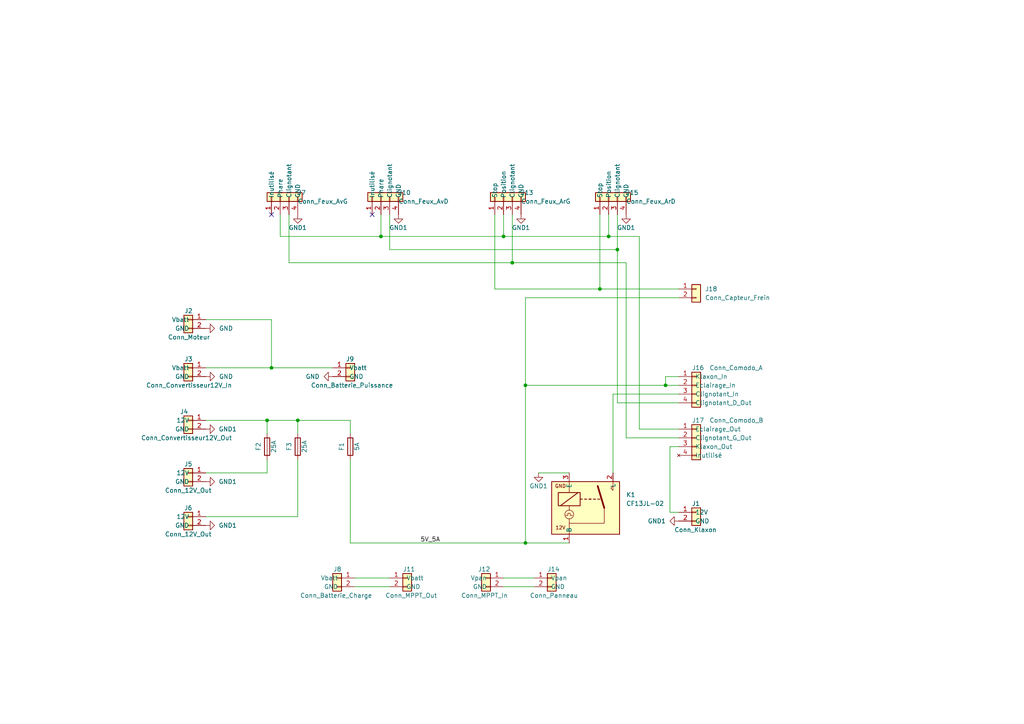
<source format=kicad_sch>
(kicad_sch (version 20211123) (generator eeschema)
  (paper "A4")
  (title_block (title "Boitier électrique vhéliotech") (date "2024-12-28") (company "Vélo solaire pour tous") (comment 1 "Licence CERN-OHL-S version 2"))
  (lib_symbols
    (symbol "Connector_Generic:Conn_01x02" (pin_names (offset 1.016) hide)
      (property "Reference" "J" (at 0 2.54 0))
      (property "Value" "Conn_01x02" (at 0 -5.08 0))
      (symbol "Conn_01x02_1_1"
        (rectangle (start -1.27 -2.413) (end 0 -2.667) (stroke (width 0.1524)))
        (rectangle (start -1.27 0.127) (end 0 -0.127) (stroke (width 0.1524)))
        (rectangle (start -1.27 1.27) (end 1.27 -3.81) (stroke (width 0.254)) (fill (type background)))
        (pin passive line (at -5.08 0 0) (length 3.81) (name "Pin_1") (number "1"))
        (pin passive line (at -5.08 -2.54 0) (length 3.81) (name "Pin_2") (number "2"))
      )
    )
    (symbol "Fuse_1" (pin_numbers hide) (pin_names (offset 0))
      (property "Reference" "F" (at 2.032 0 90))
      (property "Value" "Fuse_1" (at -1.905 0 90))
      (symbol "Fuse_1_0_1"
        (rectangle (start -0.762 -2.54) (end 0.762 2.54) (stroke (width 0.254)))
        (polyline (pts (xy 0 2.54) (xy 0 -2.54)))
      )
      (symbol "Fuse_1_1_1"
        (pin power_out line (at 0 3.81 270) (length 1.27) (name "~") (number "1"))
        (pin power_in line (at 0 -3.81 90) (length 1.27) (name "~") (number "2"))
      )
    )
    (symbol "Fuse_2" (pin_numbers hide) (pin_names (offset 0))
      (property "Reference" "F" (at 2.032 0 90))
      (property "Value" "Fuse_2" (at -1.905 0 90))
      (symbol "Fuse_2_0_1"
        (rectangle (start -0.762 -2.54) (end 0.762 2.54) (stroke (width 0.254)))
        (polyline (pts (xy 0 2.54) (xy 0 -2.54)))
      )
      (symbol "Fuse_2_1_1"
        (pin power_out line (at 0 3.81 270) (length 1.27) (name "~") (number "1"))
        (pin power_in line (at 0 -3.81 90) (length 1.27) (name "~") (number "2"))
      )
    )
    (symbol "circuit:CF13JL-02"
      (property "Reference" "K" (at 11.43 3.81 0))
      (property "Value" "CF13JL-02" (at 17.78 1.27 0))
      (symbol "CF13JL-02_0_1"
        (circle (center -5.08 -4.445) (radius 1.27))
        (polyline (pts (xy -5.08 -6.985) (xy -5.08 -5.715)))
        (polyline (pts (xy -6.096 -4.699) (xy -5.461 -4.699) (xy -5.461 -4.064) (xy -4.826 -4.064) (xy -4.826 -4.699) (xy -4.191 -4.699)))
      )
      (symbol "CF13JL-02_1_1"
        (rectangle (start -10.16 5.08) (end 9.525 -10.16) (stroke (width 0.254)) (fill (type background)))
        (rectangle (start -8.255 1.905) (end -1.905 -1.905) (stroke (width 0.254)))
        (polyline (pts (xy -7.62 -1.905) (xy -2.54 1.905)) (stroke (width 0.254)))
        (polyline (pts (xy -5.08 -10.16) (xy -5.08 -6.985)))
        (polyline (pts (xy -5.08 -3.175) (xy -5.08 -1.905)))
        (polyline (pts (xy -5.08 5.08) (xy -5.08 1.905)))
        (polyline (pts (xy -1.905 0) (xy -1.27 0)) (stroke (width 0.254)))
        (polyline (pts (xy -0.635 0) (xy 0 0)) (stroke (width 0.254)))
        (polyline (pts (xy 0.635 0) (xy 1.27 0)) (stroke (width 0.254)))
        (polyline (pts (xy 0.635 0) (xy 1.27 0)) (stroke (width 0.254)))
        (polyline (pts (xy 1.905 0) (xy 2.54 0)) (stroke (width 0.254)))
        (polyline (pts (xy 3.175 0) (xy 3.81 0)) (stroke (width 0.254)))
        (polyline (pts (xy 5.08 -6.985) (xy -5.08 -6.985)))
        (polyline (pts (xy 5.08 -2.54) (xy 3.175 3.81)) (stroke (width 0.508)))
        (polyline (pts (xy 5.08 -2.54) (xy 5.08 -6.985)))
        (polyline (pts (xy 7.62 3.81) (xy 7.62 5.08)))
        (polyline (pts (xy 7.62 3.81) (xy 7.62 2.54) (xy 6.985 3.175) (xy 7.62 3.81)))
        (text "12V" (at -7.62 -8.255 0) (effects (font (size 1.016 1.016))))
        (text "GND" (at -7.62 3.81 0) (effects (font (size 1.016 1.016))))
        (pin passive line (at -5.08 -12.7 90) (length 2.54) (name "B") (number "1"))
        (pin passive line (at 7.62 7.62 270) (length 2.54) (name "L") (number "2"))
        (pin passive line (at -5.08 7.62 270) (length 2.54) (name "E") (number "3"))
      )
    )
    (symbol "circuit:Conn_12V_Out" (pin_names (offset 1.016))
      (property "Reference" "J" (at 0 2.54 0))
      (property "Value" "Conn_12V_Out" (at 0 -5.08 0))
      (symbol "Conn_12V_Out_1_1"
        (rectangle (start -1.27 -2.413) (end 0 -2.667) (stroke (width 0.1524)))
        (rectangle (start -1.27 0.127) (end 0 -0.127) (stroke (width 0.1524)))
        (rectangle (start -1.27 1.27) (end 1.27 -3.81) (stroke (width 0.254)) (fill (type background)))
        (pin power_in line (at -5.08 0 0) (length 3.81) (name "12V") (number "1"))
        (pin power_in line (at -5.08 -2.54 0) (length 3.81) (name "GND") (number "2"))
      )
    )
    (symbol "circuit:Conn_Batterie_Charge" (pin_names (offset 1.016))
      (property "Reference" "J" (at 0 2.54 0))
      (property "Value" "Conn_Batterie_Charge" (at 0 -5.08 0))
      (symbol "Conn_Batterie_Charge_1_1"
        (rectangle (start -1.27 -2.413) (end 0 -2.667) (stroke (width 0.1524)))
        (rectangle (start -1.27 0.127) (end 0 -0.127) (stroke (width 0.1524)))
        (rectangle (start -1.27 1.27) (end 1.27 -3.81) (stroke (width 0.254)) (fill (type background)))
        (pin power_in line (at -5.08 0 0) (length 3.81) (name "Vbatt") (number "1"))
        (pin power_in line (at -5.08 -2.54 0) (length 3.81) (name "GND") (number "2"))
      )
    )
    (symbol "circuit:Conn_Batterie_Puissance" (pin_names (offset 1.016))
      (property "Reference" "J" (at 0 2.54 0))
      (property "Value" "Conn_Batterie_Puissance" (at 0 -5.08 0))
      (symbol "Conn_Batterie_Puissance_1_1"
        (rectangle (start -1.27 -2.413) (end 0 -2.667) (stroke (width 0.1524)))
        (rectangle (start -1.27 0.127) (end 0 -0.127) (stroke (width 0.1524)))
        (rectangle (start -1.27 1.27) (end 1.27 -3.81) (stroke (width 0.254)) (fill (type background)))
        (pin power_out line (at -5.08 0 0) (length 3.81) (name "Vbatt") (number "1"))
        (pin power_out line (at -5.08 -2.54 0) (length 3.81) (name "GND") (number "2"))
      )
    )
    (symbol "circuit:Conn_Comodo_A" (pin_names (offset 1.016))
      (property "Reference" "J" (at 0 5.08 0))
      (property "Value" "Conn_Comodo_A" (at 0 -7.62 0))
      (symbol "Conn_Comodo_A_1_1"
        (rectangle (start -1.27 -4.953) (end 0 -5.207) (stroke (width 0.1524)))
        (rectangle (start -1.27 -2.413) (end 0 -2.667) (stroke (width 0.1524)))
        (rectangle (start -1.27 0.127) (end 0 -0.127) (stroke (width 0.1524)))
        (rectangle (start -1.27 2.667) (end 0 2.413) (stroke (width 0.1524)))
        (rectangle (start -1.27 3.81) (end 1.27 -6.35) (stroke (width 0.254)) (fill (type background)))
        (pin power_in line (at -5.08 2.54 0) (length 3.81) (name "Klaxon_In") (number "1"))
        (pin power_in line (at -5.08 0 0) (length 3.81) (name "Eclairage_In") (number "2"))
        (pin passive line (at -5.08 -2.54 0) (length 3.81) (name "Clignotant_In") (number "3"))
        (pin passive line (at -5.08 -5.08 0) (length 3.81) (name "Clignotant_D_Out") (number "4"))
      )
    )
    (symbol "circuit:Conn_Comodo_B" (pin_names (offset 1.016))
      (property "Reference" "J" (at 0 5.08 0))
      (property "Value" "Conn_Comodo_B" (at 0 -7.62 0))
      (symbol "Conn_Comodo_B_1_1"
        (rectangle (start -1.27 -4.953) (end 0 -5.207) (stroke (width 0.1524)))
        (rectangle (start -1.27 -2.413) (end 0 -2.667) (stroke (width 0.1524)))
        (rectangle (start -1.27 0.127) (end 0 -0.127) (stroke (width 0.1524)))
        (rectangle (start -1.27 2.667) (end 0 2.413) (stroke (width 0.1524)))
        (rectangle (start -1.27 3.81) (end 1.27 -6.35) (stroke (width 0.254)) (fill (type background)))
        (pin passive line (at -5.08 2.54 0) (length 3.81) (name "Eclairage_Out") (number "1"))
        (pin passive line (at -5.08 0 0) (length 3.81) (name "Clignotant_G_Out") (number "2"))
        (pin passive line (at -5.08 -2.54 0) (length 3.81) (name "Klaxon_Out") (number "3"))
        (pin no_connect line (at -5.08 -5.08 0) (length 3.81) (name "Inutilisé") (number "4"))
      )
    )
    (symbol "circuit:Conn_Convertisseur12V_In" (pin_names (offset 1.016))
      (property "Reference" "J" (at 0 2.54 0))
      (property "Value" "Conn_Convertisseur12V_In" (at 0 -5.08 0))
      (symbol "Conn_Convertisseur12V_In_1_1"
        (rectangle (start -1.27 -2.413) (end 0 -2.667) (stroke (width 0.1524)))
        (rectangle (start -1.27 0.127) (end 0 -0.127) (stroke (width 0.1524)))
        (rectangle (start -1.27 1.27) (end 1.27 -3.81) (stroke (width 0.254)) (fill (type background)))
        (pin power_in line (at -5.08 0 0) (length 3.81) (name "Vbatt") (number "1"))
        (pin power_in line (at -5.08 -2.54 0) (length 3.81) (name "GND") (number "2"))
      )
    )
    (symbol "circuit:Conn_Convertisseur12V_Out" (pin_names (offset 1.016))
      (property "Reference" "J" (at 0 2.54 0))
      (property "Value" "Conn_Convertisseur12V_Out" (at 0 -5.08 0))
      (symbol "Conn_Convertisseur12V_Out_1_1"
        (rectangle (start -1.27 -2.413) (end 0 -2.667) (stroke (width 0.1524)))
        (rectangle (start -1.27 0.127) (end 0 -0.127) (stroke (width 0.1524)))
        (rectangle (start -1.27 1.27) (end 1.27 -3.81) (stroke (width 0.254)) (fill (type background)))
        (pin power_out line (at -5.08 0 0) (length 3.81) (name "12V") (number "1"))
        (pin power_out line (at -5.08 -2.54 0) (length 3.81) (name "GND") (number "2"))
      )
    )
    (symbol "circuit:Conn_Feux_Arriere" (pin_names (offset 1.016))
      (property "Reference" "J" (at 0 5.08 0))
      (property "Value" "Conn_Feux_Arriere" (at 0 -7.62 0))
      (symbol "Conn_Feux_Arriere_1_1"
        (rectangle (start -1.27 -4.953) (end 0 -5.207) (stroke (width 0.1524)))
        (rectangle (start -1.27 -2.413) (end 0 -2.667) (stroke (width 0.1524)))
        (rectangle (start -1.27 0.127) (end 0 -0.127) (stroke (width 0.1524)))
        (rectangle (start -1.27 2.667) (end 0 2.413) (stroke (width 0.1524)))
        (rectangle (start -1.27 3.81) (end 1.27 -6.35) (stroke (width 0.254)) (fill (type background)))
        (pin passive line (at -5.08 2.54 0) (length 3.81) (name "Stop") (number "1"))
        (pin passive line (at -5.08 0 0) (length 3.81) (name "Position") (number "2"))
        (pin passive line (at -5.08 -2.54 0) (length 3.81) (name "Clignotant") (number "3"))
        (pin power_in line (at -5.08 -5.08 0) (length 3.81) (name "GND") (number "4"))
      )
    )
    (symbol "circuit:Conn_Feux_Avant" (pin_names (offset 1.016))
      (property "Reference" "J" (at 0 5.08 0))
      (property "Value" "Conn_Feux_Avant" (at 0 -7.62 0))
      (symbol "Conn_Feux_Avant_1_1"
        (rectangle (start -1.27 -4.953) (end 0 -5.207) (stroke (width 0.1524)))
        (rectangle (start -1.27 -2.413) (end 0 -2.667) (stroke (width 0.1524)))
        (rectangle (start -1.27 0.127) (end 0 -0.127) (stroke (width 0.1524)))
        (rectangle (start -1.27 2.667) (end 0 2.413) (stroke (width 0.1524)))
        (rectangle (start -1.27 3.81) (end 1.27 -6.35) (stroke (width 0.254)) (fill (type background)))
        (pin passive line (at -5.08 2.54 0) (length 3.81) (name "Inutilisé") (number "1"))
        (pin passive line (at -5.08 0 0) (length 3.81) (name "Phare") (number "2"))
        (pin passive line (at -5.08 -2.54 0) (length 3.81) (name "Clignotant") (number "3"))
        (pin power_in line (at -5.08 -5.08 0) (length 3.81) (name "GND") (number "4"))
      )
    )
    (symbol "circuit:Conn_Klaxon" (pin_names (offset 1.016))
      (property "Reference" "J" (at 0 2.54 0))
      (property "Value" "Conn_Klaxon" (at 0 -5.08 0))
      (symbol "Conn_Klaxon_1_1"
        (rectangle (start -1.27 -2.413) (end 0 -2.667) (stroke (width 0.1524)))
        (rectangle (start -1.27 0.127) (end 0 -0.127) (stroke (width 0.1524)))
        (rectangle (start -1.27 1.27) (end 1.27 -3.81) (stroke (width 0.254)) (fill (type background)))
        (pin passive line (at -5.08 0 0) (length 3.81) (name "12V") (number "1"))
        (pin power_in line (at -5.08 -2.54 0) (length 3.81) (name "GND") (number "2"))
      )
    )
    (symbol "circuit:Conn_MPPT_In" (pin_names (offset 1.016))
      (property "Reference" "J" (at 0 2.54 0))
      (property "Value" "Conn_MPPT_In" (at 0 -5.08 0))
      (symbol "Conn_MPPT_In_1_1"
        (rectangle (start -1.27 -2.413) (end 0 -2.667) (stroke (width 0.1524)))
        (rectangle (start -1.27 0.127) (end 0 -0.127) (stroke (width 0.1524)))
        (rectangle (start -1.27 1.27) (end 1.27 -3.81) (stroke (width 0.254)) (fill (type background)))
        (pin power_in line (at -5.08 0 0) (length 3.81) (name "Vpan") (number "1"))
        (pin power_in line (at -5.08 -2.54 0) (length 3.81) (name "GND") (number "2"))
      )
    )
    (symbol "circuit:Conn_MPPT_Out" (pin_names (offset 1.016))
      (property "Reference" "J" (at 0 2.54 0))
      (property "Value" "Conn_MPPT_Out" (at 0 -5.08 0))
      (symbol "Conn_MPPT_Out_1_1"
        (rectangle (start -1.27 -2.413) (end 0 -2.667) (stroke (width 0.1524)))
        (rectangle (start -1.27 0.127) (end 0 -0.127) (stroke (width 0.1524)))
        (rectangle (start -1.27 1.27) (end 1.27 -3.81) (stroke (width 0.254)) (fill (type background)))
        (pin power_out line (at -5.08 0 0) (length 3.81) (name "Vbatt") (number "1"))
        (pin power_out line (at -5.08 -2.54 0) (length 3.81) (name "GND") (number "2"))
      )
    )
    (symbol "circuit:Conn_Moteur" (pin_names (offset 1.016))
      (property "Reference" "J" (at 0 2.54 0))
      (property "Value" "Conn_Moteur" (at 0 -5.08 0))
      (symbol "Conn_Moteur_1_1"
        (rectangle (start -1.27 -2.413) (end 0 -2.667) (stroke (width 0.1524)))
        (rectangle (start -1.27 0.127) (end 0 -0.127) (stroke (width 0.1524)))
        (rectangle (start -1.27 1.27) (end 1.27 -3.81) (stroke (width 0.254)) (fill (type background)))
        (pin power_in line (at -5.08 0 0) (length 3.81) (name "Vbatt") (number "1"))
        (pin power_in line (at -5.08 -2.54 0) (length 3.81) (name "GND") (number "2"))
      )
    )
    (symbol "circuit:Conn_Panneau" (pin_names (offset 1.016))
      (property "Reference" "J" (at 0 2.54 0))
      (property "Value" "Conn_Panneau" (at 0 -5.08 0))
      (symbol "Conn_Panneau_1_1"
        (rectangle (start -1.27 -2.413) (end 0 -2.667) (stroke (width 0.1524)))
        (rectangle (start -1.27 0.127) (end 0 -0.127) (stroke (width 0.1524)))
        (rectangle (start -1.27 1.27) (end 1.27 -3.81) (stroke (width 0.254)) (fill (type background)))
        (pin power_out line (at -5.08 0 0) (length 3.81) (name "Vpan") (number "1"))
        (pin power_out line (at -5.08 -2.54 0) (length 3.81) (name "GND") (number "2"))
      )
    )
    (symbol "circuit:Fuse" (pin_numbers hide) (pin_names (offset 0))
      (property "Reference" "F" (at 2.032 0 90))
      (property "Value" "Fuse" (at -1.905 0 90))
      (symbol "Fuse_0_1"
        (rectangle (start -0.762 -2.54) (end 0.762 2.54) (stroke (width 0.254)))
        (polyline (pts (xy 0 2.54) (xy 0 -2.54)))
      )
      (symbol "Fuse_1_1"
        (pin power_out line (at 0 3.81 270) (length 1.27) (name "~") (number "1"))
        (pin power_in line (at 0 -3.81 90) (length 1.27) (name "~") (number "2"))
      )
    )
    (symbol "power:GND" (power) (pin_names (offset 0))
      (property "Value" "GND" (at 0 -3.81 0))
      (symbol "GND_0_1"
        (polyline (pts (xy 0 0) (xy 0 -1.27) (xy 1.27 -1.27) (xy 0 -2.54) (xy -1.27 -1.27) (xy 0 -1.27)))
      )
      (symbol "GND_1_1"
        (pin power_in line (at 0 0 270) (length 0) hide (name "GND") (number "1"))
      )
    )
    (symbol "power:GND1" (power) (pin_names (offset 0))
      (property "Value" "GND1" (at 0 -3.81 0))
      (symbol "GND1_0_1"
        (polyline (pts (xy 0 0) (xy 0 -1.27) (xy 1.27 -1.27) (xy 0 -2.54) (xy -1.27 -1.27) (xy 0 -1.27)))
      )
      (symbol "GND1_1_1"
        (pin power_in line (at 0 0 270) (length 0) hide (name "GND1") (number "1"))
      )
    )
  )
  (junction (at 152.4 111.76))
  (junction (at 148.59 76.2))
  (junction (at 78.74 106.68))
  (junction (at 110.49 68.58))
  (junction (at 146.05 68.58))
  (junction (at 173.99 83.82))
  (junction (at 152.4 157.48))
  (junction (at 77.47 121.92))
  (junction (at 176.53 68.58))
  (junction (at 179.07 72.39))
  (junction (at 86.36 121.92))
  (junction (at 193.04 111.76))
  (no_connect (at 78.74 62.23))
  (no_connect (at 107.95 62.23))
  (wire (pts (xy 78.74 92.71) (xy 59.69 92.71)))
  (wire (pts (xy 77.47 133.35) (xy 77.47 137.16)))
  (wire (pts (xy 77.47 121.92) (xy 77.47 125.73)))
  (wire (pts (xy 59.69 149.86) (xy 86.36 149.86)))
  (wire (pts (xy 110.49 68.58) (xy 81.28 68.58)))
  (wire (pts (xy 193.04 109.22) (xy 196.85 109.22)))
  (wire (pts (xy 102.87 167.64) (xy 113.03 167.64)))
  (wire (pts (xy 176.53 62.23) (xy 176.53 68.58)))
  (wire (pts (xy 148.59 62.23) (xy 148.59 76.2)))
  (wire (pts (xy 86.36 149.86) (xy 86.36 133.35)))
  (wire (pts (xy 101.6 133.35) (xy 101.6 157.48)))
  (wire (pts (xy 59.69 106.68) (xy 78.74 106.68)))
  (wire (pts (xy 86.36 121.92) (xy 101.6 121.92)))
  (wire (pts (xy 177.8 114.3) (xy 196.85 114.3)))
  (wire (pts (xy 179.07 72.39) (xy 113.03 72.39)))
  (wire (pts (xy 110.49 62.23) (xy 110.49 68.58)))
  (wire (pts (xy 77.47 121.92) (xy 86.36 121.92)))
  (wire (pts (xy 193.04 111.76) (xy 152.4 111.76)))
  (wire (pts (xy 181.61 127) (xy 196.85 127)))
  (wire (pts (xy 101.6 125.73) (xy 101.6 121.92)))
  (wire (pts (xy 194.31 148.59) (xy 196.85 148.59)))
  (wire (pts (xy 152.4 111.76) (xy 152.4 157.48)))
  (wire (pts (xy 196.85 83.82) (xy 173.99 83.82)))
  (wire (pts (xy 173.99 83.82) (xy 173.99 62.23)))
  (wire (pts (xy 196.85 111.76) (xy 193.04 111.76)))
  (wire (pts (xy 185.42 68.58) (xy 185.42 124.46)))
  (wire (pts (xy 177.8 137.16) (xy 177.8 114.3)))
  (wire (pts (xy 156.21 137.16) (xy 165.1 137.16)))
  (wire (pts (xy 143.51 83.82) (xy 143.51 62.23)))
  (wire (pts (xy 86.36 121.92) (xy 86.36 125.73)))
  (wire (pts (xy 83.82 76.2) (xy 83.82 62.23)))
  (wire (pts (xy 78.74 106.68) (xy 96.52 106.68)))
  (wire (pts (xy 179.07 116.84) (xy 196.85 116.84)))
  (wire (pts (xy 152.4 86.36) (xy 196.85 86.36)))
  (wire (pts (xy 59.69 137.16) (xy 77.47 137.16)))
  (wire (pts (xy 194.31 129.54) (xy 194.31 148.59)))
  (wire (pts (xy 110.49 68.58) (xy 146.05 68.58)))
  (wire (pts (xy 146.05 62.23) (xy 146.05 68.58)))
  (wire (pts (xy 152.4 111.76) (xy 152.4 86.36)))
  (wire (pts (xy 148.59 76.2) (xy 83.82 76.2)))
  (wire (pts (xy 181.61 76.2) (xy 181.61 127)))
  (wire (pts (xy 165.1 157.48) (xy 152.4 157.48)))
  (wire (pts (xy 78.74 106.68) (xy 78.74 92.71)))
  (wire (pts (xy 173.99 83.82) (xy 143.51 83.82)))
  (wire (pts (xy 193.04 111.76) (xy 193.04 109.22)))
  (wire (pts (xy 152.4 157.48) (xy 101.6 157.48)))
  (wire (pts (xy 113.03 72.39) (xy 113.03 62.23)))
  (wire (pts (xy 179.07 72.39) (xy 179.07 116.84)))
  (wire (pts (xy 146.05 170.18) (xy 154.94 170.18)))
  (wire (pts (xy 196.85 129.54) (xy 194.31 129.54)))
  (wire (pts (xy 148.59 76.2) (xy 181.61 76.2)))
  (wire (pts (xy 146.05 167.64) (xy 154.94 167.64)))
  (wire (pts (xy 179.07 62.23) (xy 179.07 72.39)))
  (wire (pts (xy 185.42 124.46) (xy 196.85 124.46)))
  (wire (pts (xy 59.69 121.92) (xy 77.47 121.92)))
  (wire (pts (xy 146.05 68.58) (xy 176.53 68.58)))
  (wire (pts (xy 102.87 170.18) (xy 113.03 170.18)))
  (wire (pts (xy 176.53 68.58) (xy 185.42 68.58)))
  (wire (pts (xy 81.28 68.58) (xy 81.28 62.23)))
  (label "5V_5A" (at 121.92 157.48 0))
  (symbol (lib_id "power:GND") (at 59.69 95.25 90) (unit 1)
    (property "Reference" "#PWR0101" (effects hide))
    (property "Value" "GND" (at 63.5 95.2499 90) (effects (justify right)))
  )
  (symbol (lib_id "circuit:Conn_Convertisseur12V_In") (at 54.61 106.68 0) (mirror y) (unit 1)
    (property "Reference" "J3" (at 55.88 104.14 0) (effects (justify left)))
    (property "Value" "Conn_Convertisseur12V_In" (at 67.31 111.76 0) (effects (justify left)))
    (property "Footprint" "circuit:TerminalBlock_Amphenol_HG0200X0000G_1x02_P5.00mm_45Degree" (effects hide))
  )
  (symbol (lib_id "power:GND1") (at 86.36 62.23 0) (unit 1)
    (property "Reference" "#PWR0105" (effects hide))
    (property "Value" "GND1" (at 86.36 66.04 0))
  )
  (symbol (lib_id "circuit:Conn_Feux_Avant") (at 110.49 57.15 90) (unit 1)
    (property "Reference" "J10" (at 115.57 55.8799 90) (effects (justify right)))
    (property "Value" "Conn_Feux_AvD" (at 115.57 58.4199 90) (effects (justify right)))
    (property "Footprint" "circuit:Generic_HeaderSocket_1x04_P5.08mm_Vertical_Open" (effects hide))
  )
  (symbol (lib_id "circuit:CF13JL-02") (at 170.18 144.78 0) (unit 1)
    (property "Reference" "K1" (at 181.61 143.5099 0) (effects (justify left)))
    (property "Value" "CF13JL-02" (at 181.61 146.0499 0) (effects (justify left)))
    (property "Footprint" "circuit:CF13JL-02" (effects hide))
  )
  (symbol (lib_name "Fuse_1") (lib_id "circuit:Fuse") (at 77.47 129.54 180) (unit 1)
    (property "Reference" "F2" (at 74.93 129.54 90))
    (property "Value" "25A" (at 79.375 129.54 90))
    (property "Footprint" "circuit:Littelfuse_FuseHolder_FL1_178.6764.0001" (effects hide))
  )
  (symbol (lib_id "power:GND1") (at 59.69 152.4 90) (unit 1)
    (property "Reference" "#PWR0110" (effects hide))
    (property "Value" "GND1" (at 66.04 152.4 90))
  )
  (symbol (lib_id "power:GND") (at 96.52 109.22 270) (unit 1)
    (property "Reference" "#PWR0111" (effects hide))
    (property "Value" "GND" (at 92.71 109.2199 90) (effects (justify right)))
  )
  (symbol (lib_id "circuit:Conn_Klaxon") (at 201.93 148.59 0) (unit 1)
    (property "Reference" "J1" (at 200.66 146.05 0) (effects (justify left)))
    (property "Value" "Conn_Klaxon" (at 195.58 153.67 0) (effects (justify left)))
    (property "Footprint" "circuit:TerminalBlock_Camdenboss_CTB3008_1x02_P5.08mm_45Degree" (effects hide))
  )
  (symbol (lib_id "circuit:Conn_12V_Out") (at 54.61 137.16 0) (mirror y) (unit 1)
    (property "Reference" "J5" (at 54.61 134.62 0))
    (property "Value" "Conn_12V_Out" (at 54.61 142.24 0))
    (property "Footprint" "circuit:TerminalBlock_Amphenol_HG0200X0000G_1x02_P5.00mm_45Degree" (effects hide))
  )
  (symbol (lib_id "power:GND1") (at 115.57 62.23 0) (unit 1)
    (property "Reference" "#PWR0106" (effects hide))
    (property "Value" "GND1" (at 115.57 66.04 0))
  )
  (symbol (lib_id "power:GND1") (at 59.69 124.46 90) (unit 1)
    (property "Reference" "#PWR0103" (effects hide))
    (property "Value" "GND1" (at 66.04 124.46 90))
  )
  (symbol (lib_id "circuit:Conn_Feux_Arriere") (at 146.05 57.15 90) (unit 1)
    (property "Reference" "J13" (at 151.13 55.8799 90) (effects (justify right)))
    (property "Value" "Conn_Feux_ArG" (at 151.13 58.4199 90) (effects (justify right)))
    (property "Footprint" "circuit:Generic_HeaderSocket_1x04_P5.08mm_Vertical_Open" (effects hide))
  )
  (symbol (lib_id "circuit:Conn_Batterie_Puissance") (at 101.6 106.68 0) (unit 1)
    (property "Reference" "J9" (at 100.33 104.14 0) (effects (justify left)))
    (property "Value" "Conn_Batterie_Puissance" (at 90.17 111.76 0) (effects (justify left)))
    (property "Footprint" "circuit:TerminalBlock_Amphenol_HG0200X0000G_1x02_P5.00mm_45Degree" (effects hide))
  )
  (symbol (lib_id "circuit:Conn_Moteur") (at 54.61 92.71 0) (mirror y) (unit 1)
    (property "Reference" "J2" (at 55.88 90.17 0) (effects (justify left)))
    (property "Value" "Conn_Moteur" (at 60.96 97.79 0) (effects (justify left)))
    (property "Footprint" "circuit:TerminalBlock_Amphenol_HG0200X0000G_1x02_P5.00mm_45Degree" (effects hide))
  )
  (symbol (lib_id "power:GND1") (at 196.85 151.13 270) (mirror x) (unit 1)
    (property "Reference" "#PWR0102" (effects hide))
    (property "Value" "GND1" (at 190.5 151.13 90))
  )
  (symbol (lib_id "circuit:Conn_Convertisseur12V_Out") (at 54.61 121.92 0) (mirror y) (unit 1)
    (property "Reference" "J4" (at 54.61 119.38 0) (effects (justify left)))
    (property "Value" "Conn_Convertisseur12V_Out" (at 67.31 127 0) (effects (justify left)))
    (property "Footprint" "circuit:TerminalBlock_Amphenol_HG0200X0000G_1x02_P5.00mm_45Degree" (effects hide))
  )
  (symbol (lib_id "circuit:Conn_MPPT_In") (at 140.97 167.64 0) (mirror y) (unit 1)
    (property "Reference" "J12" (at 142.24 165.1 0) (effects (justify left)))
    (property "Value" "Conn_MPPT_In" (at 147.32 172.72 0) (effects (justify left)))
    (property "Footprint" "circuit:TerminalBlock_Amphenol_HG0200X0000G_1x02_P5.00mm_45Degree" (effects hide))
  )
  (symbol (lib_id "circuit:Conn_Comodo_A") (at 201.93 111.76 0) (unit 1)
    (property "Reference" "J16" (at 200.66 106.68 0) (effects (justify left)))
    (property "Value" "Conn_Comodo_A" (at 205.74 106.68 0) (effects (justify left)))
    (property "Footprint" "circuit:Generic_HeaderSocket_1x04_P5.08mm_Vertical_Open" (effects hide))
  )
  (symbol (lib_id "circuit:Conn_Panneau") (at 160.02 167.64 0) (unit 1)
    (property "Reference" "J14" (at 158.75 165.1 0) (effects (justify left)))
    (property "Value" "Conn_Panneau" (at 153.67 172.72 0) (effects (justify left)))
    (property "Footprint" "circuit:TerminalBlock_Amphenol_HG0200X0000G_1x02_P5.00mm_45Degree" (effects hide))
  )
  (symbol (lib_id "circuit:Conn_Batterie_Charge") (at 97.79 167.64 0) (mirror y) (unit 1)
    (property "Reference" "J8" (at 99.06 165.1 0) (effects (justify left)))
    (property "Value" "Conn_Batterie_Charge" (at 107.95 172.72 0) (effects (justify left)))
    (property "Footprint" "circuit:TerminalBlock_Amphenol_HG0200X0000G_1x02_P5.00mm_45Degree" (effects hide))
  )
  (symbol (lib_id "power:GND1") (at 59.69 139.7 90) (unit 1)
    (property "Reference" "#PWR0109" (effects hide))
    (property "Value" "GND1" (at 66.04 139.7 90))
  )
  (symbol (lib_id "circuit:Conn_Comodo_B") (at 201.93 127 0) (unit 1)
    (property "Reference" "J17" (at 200.66 121.92 0) (effects (justify left)))
    (property "Value" "Conn_Comodo_B" (at 205.74 121.92 0) (effects (justify left)))
    (property "Footprint" "circuit:Generic_HeaderSocket_1x04_P5.08mm_Vertical_Open" (effects hide))
  )
  (symbol (lib_name "Fuse_2") (lib_id "circuit:Fuse") (at 101.6 129.54 180) (unit 1)
    (property "Reference" "F1" (at 99.06 129.54 90))
    (property "Value" "5A" (at 103.505 129.54 90))
    (property "Footprint" "circuit:Littelfuse_FuseHolder_FL1_178.6764.0001" (effects hide))
  )
  (symbol (lib_id "circuit:Fuse") (at 86.36 129.54 180) (unit 1)
    (property "Reference" "F3" (at 83.82 129.54 90))
    (property "Value" "25A" (at 88.265 129.54 90))
    (property "Footprint" "circuit:Littelfuse_FuseHolder_FL1_178.6764.0001" (effects hide))
  )
  (symbol (lib_id "power:GND1") (at 156.21 137.16 0) (unit 1)
    (property "Reference" "#PWR0112" (effects hide))
    (property "Value" "GND1" (at 156.21 140.97 0))
  )
  (symbol (lib_id "circuit:Conn_12V_Out") (at 54.61 149.86 0) (mirror y) (unit 1)
    (property "Reference" "J6" (at 54.61 147.32 0))
    (property "Value" "Conn_12V_Out" (at 54.61 154.94 0))
    (property "Footprint" "circuit:TerminalBlock_Amphenol_HG0200X0000G_1x02_P5.00mm_45Degree" (effects hide))
  )
  (symbol (lib_id "circuit:Conn_Feux_Arriere") (at 176.53 57.15 90) (unit 1)
    (property "Reference" "J15" (at 181.61 55.8799 90) (effects (justify right)))
    (property "Value" "Conn_Feux_ArD" (at 181.61 58.4199 90) (effects (justify right)))
    (property "Footprint" "circuit:Generic_HeaderSocket_1x04_P5.08mm_Vertical_Open" (effects hide))
  )
  (symbol (lib_id "circuit:Conn_Feux_Avant") (at 81.28 57.15 90) (unit 1)
    (property "Reference" "J7" (at 86.36 55.8799 90) (effects (justify right)))
    (property "Value" "Conn_Feux_AvG" (at 86.36 58.4199 90) (effects (justify right)))
    (property "Footprint" "circuit:Generic_HeaderSocket_1x04_P5.08mm_Vertical_Open" (effects hide))
  )
  (symbol (lib_id "power:GND1") (at 181.61 62.23 0) (unit 1)
    (property "Reference" "#PWR0108" (effects hide))
    (property "Value" "GND1" (at 181.61 66.04 0))
  )
  (symbol (lib_id "power:GND") (at 59.69 109.22 90) (unit 1)
    (property "Reference" "#PWR0104" (effects hide))
    (property "Value" "GND" (at 63.5 109.2199 90) (effects (justify right)))
  )
  (symbol (lib_id "circuit:Conn_MPPT_Out") (at 118.11 167.64 0) (unit 1)
    (property "Reference" "J11" (at 116.84 165.1 0) (effects (justify left)))
    (property "Value" "Conn_MPPT_Out" (at 111.76 172.72 0) (effects (justify left)))
    (property "Footprint" "circuit:TerminalBlock_Amphenol_HG0200X0000G_1x02_P5.00mm_45Degree" (effects hide))
  )
  (symbol (lib_id "power:GND1") (at 151.13 62.23 0) (unit 1)
    (property "Reference" "#PWR0107" (effects hide))
    (property "Value" "GND1" (at 151.13 66.04 0))
  )
  (symbol (lib_id "Connector_Generic:Conn_01x02") (at 201.93 83.82 0) (unit 1)
    (property "Reference" "J18" (at 204.47 83.8199 0) (effects (justify left)))
    (property "Value" "Conn_Capteur_Frein" (at 204.47 86.3599 0) (effects (justify left)))
    (property "Footprint" "circuit:TerminalBlock_Camdenboss_CTB3008_1x02_P5.08mm_45Degree" (effects hide))
  )
)
</source>
